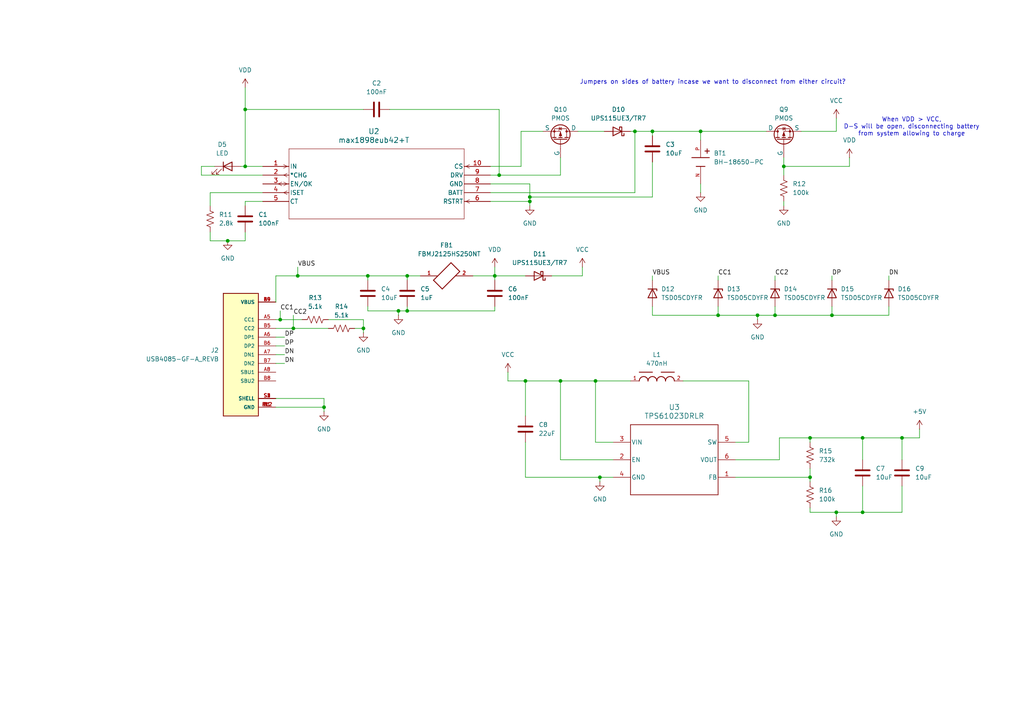
<source format=kicad_sch>
(kicad_sch (version 20231120) (generator "eeschema") (generator_version "8.0")
  (paper "A4")
  (lib_symbols
    (symbol "744383350047:WE-MAPI_3015" (pin_names (offset 1.016))
      (property "Reference" "L" (at 0 3.81 0))
      (property "Value" "WE-MAPI_3015" (at 0 -2.54 0))
      (symbol "WE-MAPI_3015_0_0"
        (arc (start -2.54 0) (mid -3.81 1.2645) (end -5.08 0) (stroke (width 0.254)))
        (arc (start 0 0) (mid -1.27 1.2645) (end -2.54 0) (stroke (width 0.254)))
        (polyline (pts (xy -5.08 2.54) (xy -1.27 2.54)) (stroke (width 0.254)))
        (polyline (pts (xy 1.27 2.54) (xy 5.08 2.54)) (stroke (width 0.254)))
        (arc (start 2.54 0) (mid 1.27 1.2645) (end 0 0) (stroke (width 0.254)))
        (arc (start 5.08 0) (mid 3.81 1.2645) (end 2.54 0) (stroke (width 0.254)))
        (pin passive line (at -7.62 0 0) (length 2.54) (name "~") (number "1"))
        (pin passive line (at 7.62 0 180) (length 2.54) (name "~") (number "2"))
      )
    )
    (symbol "BH-18650-PC:BH-18650-PC" (pin_names (offset 1.016))
      (property "Reference" "BT" (at -3.81 3.81 0))
      (property "Value" "BH-18650-PC" (at -3.81 -5.08 0))
      (symbol "BH-18650-PC_0_0"
        (polyline (pts (xy -5.08 1.905) (xy -3.81 1.905)) (stroke (width 0.254)))
        (polyline (pts (xy -4.445 2.54) (xy -4.445 1.27)) (stroke (width 0.254)))
        (polyline (pts (xy -2.54 2.54) (xy -2.54 -2.54)) (stroke (width 0.254)))
        (polyline (pts (xy 0 1.27) (xy 0 -1.27)) (stroke (width 0.254)))
        (pin passive line (at 5.08 0 180) (length 5.08) (name "~") (number "N"))
        (pin passive line (at -7.62 0 0) (length 5.08) (name "~") (number "P"))
      )
    )
    (symbol "Device:C" (pin_numbers hide) (pin_names (offset 0.254))
      (property "Reference" "C" (at 0.635 2.54 0))
      (property "Value" "C" (at 0.635 -2.54 0))
      (symbol "C_0_1"
        (polyline (pts (xy -2.032 -0.762) (xy 2.032 -0.762)) (stroke (width 0.508)))
        (polyline (pts (xy -2.032 0.762) (xy 2.032 0.762)) (stroke (width 0.508)))
      )
      (symbol "C_1_1"
        (pin passive line (at 0 3.81 270) (length 2.794) (name "~") (number "1"))
        (pin passive line (at 0 -3.81 90) (length 2.794) (name "~") (number "2"))
      )
    )
    (symbol "Device:D_Schottky" (pin_numbers hide) (pin_names (offset 1.016) hide)
      (property "Reference" "D" (at 0 2.54 0))
      (property "Value" "D_Schottky" (at 0 -2.54 0))
      (symbol "D_Schottky_0_1"
        (polyline (pts (xy 1.27 0) (xy -1.27 0)))
        (polyline (pts (xy 1.27 1.27) (xy 1.27 -1.27) (xy -1.27 0) (xy 1.27 1.27)) (stroke (width 0.254)))
        (polyline (pts (xy -1.905 0.635) (xy -1.905 1.27) (xy -1.27 1.27) (xy -1.27 -1.27) (xy -0.635 -1.27) (xy -0.635 -0.635)) (stroke (width 0.254)))
      )
      (symbol "D_Schottky_1_1"
        (pin passive line (at -3.81 0 0) (length 2.54) (name "K") (number "1"))
        (pin passive line (at 3.81 0 180) (length 2.54) (name "A") (number "2"))
      )
    )
    (symbol "Device:LED" (pin_numbers hide) (pin_names (offset 1.016) hide)
      (property "Reference" "D" (at 0 2.54 0))
      (property "Value" "LED" (at 0 -2.54 0))
      (symbol "LED_0_1"
        (polyline (pts (xy -1.27 -1.27) (xy -1.27 1.27)) (stroke (width 0.254)))
        (polyline (pts (xy -1.27 0) (xy 1.27 0)))
        (polyline (pts (xy 1.27 -1.27) (xy 1.27 1.27) (xy -1.27 0) (xy 1.27 -1.27)) (stroke (width 0.254)))
        (polyline (pts (xy -3.048 -0.762) (xy -4.572 -2.286) (xy -3.81 -2.286) (xy -4.572 -2.286) (xy -4.572 -1.524)))
        (polyline (pts (xy -1.778 -0.762) (xy -3.302 -2.286) (xy -2.54 -2.286) (xy -3.302 -2.286) (xy -3.302 -1.524)))
      )
      (symbol "LED_1_1"
        (pin passive line (at -3.81 0 0) (length 2.54) (name "K") (number "1"))
        (pin passive line (at 3.81 0 180) (length 2.54) (name "A") (number "2"))
      )
    )
    (symbol "Device:R_US" (pin_numbers hide) (pin_names (offset 0))
      (property "Reference" "R" (at 2.54 0 90))
      (property "Value" "R_US" (at -2.54 0 90))
      (symbol "R_US_0_1"
        (polyline (pts (xy 0 -2.286) (xy 0 -2.54)))
        (polyline (pts (xy 0 2.286) (xy 0 2.54)))
        (polyline (pts (xy 0 -0.762) (xy 1.016 -1.143) (xy 0 -1.524) (xy -1.016 -1.905) (xy 0 -2.286)))
        (polyline (pts (xy 0 0.762) (xy 1.016 0.381) (xy 0 0) (xy -1.016 -0.381) (xy 0 -0.762)))
        (polyline (pts (xy 0 2.286) (xy 1.016 1.905) (xy 0 1.524) (xy -1.016 1.143) (xy 0 0.762)))
      )
      (symbol "R_US_1_1"
        (pin passive line (at 0 3.81 270) (length 1.27) (name "~") (number "1"))
        (pin passive line (at 0 -3.81 90) (length 1.27) (name "~") (number "2"))
      )
    )
    (symbol "Diode:PTVS5V0Z1USK" (pin_numbers hide) (pin_names hide)
      (property "Reference" "D" (at 0 2.54 0))
      (property "Value" "PTVS5V0Z1USK" (at 0 -2.54 0))
      (symbol "PTVS5V0Z1USK_0_1"
        (polyline (pts (xy 1.27 0) (xy -1.27 0)))
        (polyline (pts (xy -1.27 -1.27) (xy -1.27 1.27) (xy -0.762 1.27)) (stroke (width 0.254)))
        (polyline (pts (xy 1.27 -1.27) (xy 1.27 1.27) (xy -1.27 0) (xy 1.27 -1.27)) (stroke (width 0.254)))
      )
      (symbol "PTVS5V0Z1USK_1_1"
        (pin passive line (at -3.81 0 0) (length 2.54) (name "K") (number "1"))
        (pin passive line (at 3.81 0 180) (length 2.54) (name "A") (number "2"))
      )
    )
    (symbol "FBMJ2125HS250NT:FBMJ2125HS250NT" (pin_names (offset 1.016))
      (property "Reference" "FB" (at -7.6244 5.0815 0))
      (property "Value" "FBMJ2125HS250NT" (at -7.63 -7.6266 0))
      (symbol "FBMJ2125HS250NT_0_0"
        (polyline (pts (xy -3.81 -1.27) (xy -1.27 -3.81)) (stroke (width 0.254)))
        (polyline (pts (xy -1.27 -3.81) (xy 3.81 1.27)) (stroke (width 0.254)))
        (polyline (pts (xy 1.27 3.81) (xy -3.81 -1.27)) (stroke (width 0.254)))
        (polyline (pts (xy 3.81 1.27) (xy 1.27 3.81)) (stroke (width 0.254)))
        (pin passive line (at -7.62 0 0) (length 5.08) (name "~") (number "1"))
        (pin passive line (at 7.62 0 180) (length 5.08) (name "~") (number "2"))
      )
    )
    (symbol "MAX1898:max1898eub42+T" (pin_names (offset 0.254))
      (property "Reference" "U" (at 33.02 10.16 0))
      (property "Value" "max1898eub42+T" (at 33.02 7.62 0))
      (symbol "max1898eub42+T_0_1"
        (polyline (pts (xy 5.5372 -5.6007) (xy 4.4958 -5.08)) (stroke (width 0.127)))
        (polyline (pts (xy 5.5372 -4.5593) (xy 4.4958 -5.08)) (stroke (width 0.127)))
        (polyline (pts (xy 7.0993 -8.1407) (xy 6.0579 -7.62)) (stroke (width 0.127)))
        (polyline (pts (xy 7.0993 -7.0993) (xy 6.0579 -7.62)) (stroke (width 0.127)))
        (polyline (pts (xy 7.0993 -5.08) (xy 6.0579 -5.6007)) (stroke (width 0.127)))
        (polyline (pts (xy 7.0993 -5.08) (xy 6.0579 -4.5593)) (stroke (width 0.127)))
        (polyline (pts (xy 7.0993 -3.0607) (xy 6.0579 -2.54)) (stroke (width 0.127)))
        (polyline (pts (xy 7.0993 -2.0193) (xy 6.0579 -2.54)) (stroke (width 0.127)))
        (polyline (pts (xy 7.0993 0) (xy 6.0579 -0.5207)) (stroke (width 0.127)))
        (polyline (pts (xy 7.0993 0) (xy 6.0579 0.5207)) (stroke (width 0.127)))
        (polyline (pts (xy 7.62 -15.24) (xy 58.42 -15.24)) (stroke (width 0.127)))
        (polyline (pts (xy 7.62 5.08) (xy 7.62 -15.24)) (stroke (width 0.127)))
        (polyline (pts (xy 58.42 -15.24) (xy 58.42 5.08)) (stroke (width 0.127)))
        (polyline (pts (xy 58.42 5.08) (xy 7.62 5.08)) (stroke (width 0.127)))
        (polyline (pts (xy 58.9407 -10.16) (xy 59.9821 -10.6807)) (stroke (width 0.127)))
        (polyline (pts (xy 58.9407 -10.16) (xy 59.9821 -9.6393)) (stroke (width 0.127)))
        (polyline (pts (xy 58.9407 0) (xy 59.9821 -0.5207)) (stroke (width 0.127)))
        (polyline (pts (xy 58.9407 0) (xy 59.9821 0.5207)) (stroke (width 0.127)))
        (pin input line (at 0 0 0) (length 7.62) (name "IN") (number "1"))
        (pin input line (at 66.04 0 180) (length 7.62) (name "CS") (number "10"))
        (pin output line (at 0 -2.54 0) (length 7.62) (name "*CHG") (number "2"))
        (pin bidirectional line (at 0 -5.08 0) (length 7.62) (name "EN/OK") (number "3"))
        (pin output line (at 0 -7.62 0) (length 7.62) (name "ISET") (number "4"))
        (pin unspecified line (at 0 -10.16 0) (length 7.62) (name "CT") (number "5"))
        (pin input line (at 66.04 -10.16 180) (length 7.62) (name "RSTRT") (number "6"))
        (pin power_in line (at 66.04 -7.62 180) (length 7.62) (name "BATT") (number "7"))
        (pin power_in line (at 66.04 -5.08 180) (length 7.62) (name "GND") (number "8"))
        (pin unspecified line (at 66.04 -2.54 180) (length 7.62) (name "DRV") (number "9"))
      )
    )
    (symbol "Simulation_SPICE:PMOS" (pin_numbers hide) (pin_names (offset 0))
      (property "Reference" "Q" (at 5.08 1.27 0))
      (property "Value" "PMOS" (at 5.08 -1.27 0))
      (symbol "PMOS_0_1"
        (polyline (pts (xy 0.254 0) (xy -2.54 0)))
        (polyline (pts (xy 0.254 1.905) (xy 0.254 -1.905)) (stroke (width 0.254)))
        (polyline (pts (xy 0.762 -1.27) (xy 0.762 -2.286)) (stroke (width 0.254)))
        (polyline (pts (xy 0.762 0.508) (xy 0.762 -0.508)) (stroke (width 0.254)))
        (polyline (pts (xy 0.762 2.286) (xy 0.762 1.27)) (stroke (width 0.254)))
        (polyline (pts (xy 2.54 2.54) (xy 2.54 1.778)))
        (polyline (pts (xy 2.54 -2.54) (xy 2.54 0) (xy 0.762 0)))
        (polyline (pts (xy 0.762 1.778) (xy 3.302 1.778) (xy 3.302 -1.778) (xy 0.762 -1.778)))
        (polyline (pts (xy 2.286 0) (xy 1.27 0.381) (xy 1.27 -0.381) (xy 2.286 0)) (fill (type outline)))
        (polyline (pts (xy 2.794 -0.508) (xy 2.921 -0.381) (xy 3.683 -0.381) (xy 3.81 -0.254)))
        (polyline (pts (xy 3.302 -0.381) (xy 2.921 0.254) (xy 3.683 0.254) (xy 3.302 -0.381)))
        (circle (center 1.651 0) (radius 2.794) (stroke (width 0.254)))
        (circle (center 2.54 -1.778) (radius 0.254) (fill (type outline)))
        (circle (center 2.54 1.778) (radius 0.254) (fill (type outline)))
      )
      (symbol "PMOS_1_1"
        (pin passive line (at 2.54 5.08 270) (length 2.54) (name "D") (number "1"))
        (pin input line (at -5.08 0 0) (length 2.54) (name "G") (number "2"))
        (pin passive line (at 2.54 -5.08 90) (length 2.54) (name "S") (number "3"))
      )
    )
    (symbol "TPS61023DRLR:TPS61023DRLR" (pin_names (offset 0.254))
      (property "Reference" "U" (at 0 2.54 0))
      (property "Value" "TPS61023DRLR" (at 0 0 0))
      (symbol "TPS61023DRLR_0_1"
        (polyline (pts (xy -12.7 -10.16) (xy 12.7 -10.16)) (stroke (width 0.2032)))
        (polyline (pts (xy -12.7 10.16) (xy -12.7 -10.16)) (stroke (width 0.2032)))
        (polyline (pts (xy 12.7 -10.16) (xy 12.7 10.16)) (stroke (width 0.2032)))
        (polyline (pts (xy 12.7 10.16) (xy -12.7 10.16)) (stroke (width 0.2032)))
        (pin input line (at 17.78 -5.08 180) (length 5.08) (name "FB") (number "1"))
        (pin input line (at -17.78 0 0) (length 5.08) (name "EN") (number "2"))
        (pin power_in line (at -17.78 5.08 0) (length 5.08) (name "VIN") (number "3"))
        (pin power_in line (at -17.78 -5.08 0) (length 5.08) (name "GND") (number "4"))
        (pin power_in line (at 17.78 5.08 180) (length 5.08) (name "SW") (number "5"))
        (pin power_in line (at 17.78 0 180) (length 5.08) (name "VOUT") (number "6"))
      )
    )
    (symbol "USB4085-GF-A_REVB:USB4085-GF-A_REVB" (pin_names (offset 1.016))
      (property "Reference" "J" (at -5.08 18.288 0))
      (property "Value" "USB4085-GF-A_REVB" (at -5.08 -20.32 0))
      (symbol "USB4085-GF-A_REVB_0_0"
        (rectangle (start -5.08 -17.78) (end 5.08 17.78) (stroke (width 0.254)) (fill (type background)))
        (pin power_in line (at -10.16 -15.24 0) (length 5.08) (name "GND") (number "A1"))
        (pin power_in line (at -10.16 -15.24 0) (length 5.08) (name "GND") (number "A12"))
        (pin power_in line (at -10.16 15.24 0) (length 5.08) (name "VBUS") (number "A4"))
        (pin bidirectional line (at -10.16 10.16 0) (length 5.08) (name "CC1") (number "A5"))
        (pin bidirectional line (at -10.16 5.08 0) (length 5.08) (name "DP1") (number "A6"))
        (pin bidirectional line (at -10.16 0 0) (length 5.08) (name "DN1") (number "A7"))
        (pin bidirectional line (at -10.16 -5.08 0) (length 5.08) (name "SBU1") (number "A8"))
        (pin power_in line (at -10.16 15.24 0) (length 5.08) (name "VBUS") (number "A9"))
        (pin power_in line (at -10.16 -15.24 0) (length 5.08) (name "GND") (number "B1"))
        (pin power_in line (at -10.16 -15.24 0) (length 5.08) (name "GND") (number "B12"))
        (pin power_in line (at -10.16 15.24 0) (length 5.08) (name "VBUS") (number "B4"))
        (pin bidirectional line (at -10.16 7.62 0) (length 5.08) (name "CC2") (number "B5"))
        (pin bidirectional line (at -10.16 2.54 0) (length 5.08) (name "DP2") (number "B6"))
        (pin bidirectional line (at -10.16 -2.54 0) (length 5.08) (name "DN2") (number "B7"))
        (pin bidirectional line (at -10.16 -7.62 0) (length 5.08) (name "SBU2") (number "B8"))
        (pin power_in line (at -10.16 15.24 0) (length 5.08) (name "VBUS") (number "B9"))
        (pin passive line (at -10.16 -12.7 0) (length 5.08) (name "SHELL") (number "S1"))
        (pin passive line (at -10.16 -12.7 0) (length 5.08) (name "SHELL") (number "S2"))
        (pin passive line (at -10.16 -12.7 0) (length 5.08) (name "SHELL") (number "S3"))
        (pin passive line (at -10.16 -12.7 0) (length 5.08) (name "SHELL") (number "S4"))
      )
    )
    (symbol "power:+5V" (power) (pin_numbers hide) (pin_names (offset 0) hide)
      (property "Value" "+5V" (at 0 3.556 0))
      (symbol "+5V_0_1"
        (polyline (pts (xy -0.762 1.27) (xy 0 2.54)))
        (polyline (pts (xy 0 0) (xy 0 2.54)))
        (polyline (pts (xy 0 2.54) (xy 0.762 1.27)))
      )
      (symbol "+5V_1_1"
        (pin power_in line (at 0 0 90) (length 0) (name "~") (number "1"))
      )
    )
    (symbol "power:GND" (power) (pin_numbers hide) (pin_names (offset 0) hide)
      (property "Value" "GND" (at 0 -3.81 0))
      (symbol "GND_0_1"
        (polyline (pts (xy 0 0) (xy 0 -1.27) (xy 1.27 -1.27) (xy 0 -2.54) (xy -1.27 -1.27) (xy 0 -1.27)))
      )
      (symbol "GND_1_1"
        (pin power_in line (at 0 0 270) (length 0) (name "~") (number "1"))
      )
    )
    (symbol "power:VCC" (power) (pin_numbers hide) (pin_names (offset 0) hide)
      (property "Value" "VCC" (at 0 3.556 0))
      (symbol "VCC_0_1"
        (polyline (pts (xy -0.762 1.27) (xy 0 2.54)))
        (polyline (pts (xy 0 0) (xy 0 2.54)))
        (polyline (pts (xy 0 2.54) (xy 0.762 1.27)))
      )
      (symbol "VCC_1_1"
        (pin power_in line (at 0 0 90) (length 0) (name "~") (number "1"))
      )
    )
    (symbol "power:VDD" (power) (pin_numbers hide) (pin_names (offset 0) hide)
      (property "Value" "VDD" (at 0 3.556 0))
      (symbol "VDD_0_1"
        (polyline (pts (xy -0.762 1.27) (xy 0 2.54)))
        (polyline (pts (xy 0 0) (xy 0 2.54)))
        (polyline (pts (xy 0 2.54) (xy 0.762 1.27)))
      )
      (symbol "VDD_1_1"
        (pin power_in line (at 0 0 90) (length 0) (name "~") (number "1"))
      )
    )
  )
  (junction (at 208.28 91.44))
  (junction (at 118.11 80.01))
  (junction (at 153.67 58.42))
  (junction (at 261.62 127))
  (junction (at 242.57 148.59))
  (junction (at 227.33 48.26))
  (junction (at 234.95 138.43))
  (junction (at 115.57 90.17))
  (junction (at 172.72 110.49))
  (junction (at 250.19 148.59))
  (junction (at 203.2 38.1))
  (junction (at 189.23 38.1))
  (junction (at 143.51 80.01))
  (junction (at 219.71 91.44))
  (junction (at 162.56 110.49))
  (junction (at 71.12 48.26))
  (junction (at 71.12 31.75))
  (junction (at 144.78 50.8))
  (junction (at 81.28 92.71))
  (junction (at 105.41 95.25))
  (junction (at 93.98 118.11))
  (junction (at 250.19 127))
  (junction (at 241.3 91.44))
  (junction (at 173.99 138.43))
  (junction (at 66.04 69.85))
  (junction (at 118.11 90.17))
  (junction (at 234.95 127))
  (junction (at 153.67 57.15))
  (junction (at 85.09 95.25))
  (junction (at 152.4 110.49))
  (junction (at 86.36 80.01))
  (junction (at 184.15 38.1))
  (junction (at 224.79 91.44))
  (junction (at 106.68 80.01))
  (wire (pts (xy 203.2 53.34) (xy 203.2 55.88)))
  (wire (pts (xy 261.62 148.59) (xy 250.19 148.59)))
  (wire (pts (xy 242.57 148.59) (xy 242.57 149.86)))
  (wire (pts (xy 172.72 110.49) (xy 182.88 110.49)))
  (wire (pts (xy 257.81 80.01) (xy 257.81 81.28)))
  (wire (pts (xy 147.32 110.49) (xy 152.4 110.49)))
  (wire (pts (xy 227.33 48.26) (xy 227.33 45.72)))
  (wire (pts (xy 144.78 31.75) (xy 144.78 50.8)))
  (wire (pts (xy 93.98 115.57) (xy 80.01 115.57)))
  (wire (pts (xy 266.7 127) (xy 261.62 127)))
  (wire (pts (xy 152.4 110.49) (xy 162.56 110.49)))
  (wire (pts (xy 227.33 48.26) (xy 227.33 50.8)))
  (wire (pts (xy 152.4 128.27) (xy 152.4 138.43)))
  (wire (pts (xy 102.87 95.25) (xy 105.41 95.25)))
  (wire (pts (xy 80.01 100.33) (xy 82.55 100.33)))
  (wire (pts (xy 85.09 95.25) (xy 95.25 95.25)))
  (wire (pts (xy 234.95 138.43) (xy 234.95 135.89)))
  (wire (pts (xy 234.95 127) (xy 234.95 128.27)))
  (wire (pts (xy 81.28 90.17) (xy 81.28 92.71)))
  (wire (pts (xy 227.33 58.42) (xy 227.33 59.69)))
  (wire (pts (xy 81.28 92.71) (xy 87.63 92.71)))
  (wire (pts (xy 121.92 80.01) (xy 118.11 80.01)))
  (wire (pts (xy 106.68 80.01) (xy 118.11 80.01)))
  (wire (pts (xy 152.4 120.65) (xy 152.4 110.49)))
  (wire (pts (xy 162.56 110.49) (xy 172.72 110.49)))
  (wire (pts (xy 189.23 38.1) (xy 189.23 39.37)))
  (wire (pts (xy 143.51 90.17) (xy 143.51 88.9)))
  (wire (pts (xy 151.13 38.1) (xy 157.48 38.1)))
  (wire (pts (xy 106.68 90.17) (xy 115.57 90.17)))
  (wire (pts (xy 80.01 80.01) (xy 86.36 80.01)))
  (wire (pts (xy 224.79 80.01) (xy 224.79 81.28)))
  (wire (pts (xy 224.79 88.9) (xy 224.79 91.44)))
  (wire (pts (xy 232.41 38.1) (xy 242.57 38.1)))
  (wire (pts (xy 246.38 45.72) (xy 246.38 48.26)))
  (wire (pts (xy 69.85 48.26) (xy 71.12 48.26)))
  (wire (pts (xy 219.71 91.44) (xy 219.71 92.71)))
  (wire (pts (xy 172.72 128.27) (xy 172.72 110.49)))
  (wire (pts (xy 261.62 127) (xy 250.19 127)))
  (wire (pts (xy 242.57 148.59) (xy 234.95 148.59)))
  (wire (pts (xy 71.12 58.42) (xy 76.2 58.42)))
  (wire (pts (xy 250.19 133.35) (xy 250.19 127)))
  (wire (pts (xy 189.23 38.1) (xy 203.2 38.1)))
  (wire (pts (xy 118.11 80.01) (xy 118.11 81.28)))
  (wire (pts (xy 167.64 38.1) (xy 175.26 38.1)))
  (wire (pts (xy 106.68 88.9) (xy 106.68 90.17)))
  (wire (pts (xy 217.17 110.49) (xy 217.17 128.27)))
  (wire (pts (xy 226.06 127) (xy 234.95 127)))
  (wire (pts (xy 80.01 102.87) (xy 82.55 102.87)))
  (wire (pts (xy 189.23 91.44) (xy 208.28 91.44)))
  (wire (pts (xy 80.01 80.01) (xy 80.01 87.63)))
  (wire (pts (xy 266.7 124.46) (xy 266.7 127)))
  (wire (pts (xy 219.71 91.44) (xy 224.79 91.44)))
  (wire (pts (xy 152.4 138.43) (xy 173.99 138.43)))
  (wire (pts (xy 147.32 107.95) (xy 147.32 110.49)))
  (wire (pts (xy 143.51 80.01) (xy 152.4 80.01)))
  (wire (pts (xy 80.01 105.41) (xy 82.55 105.41)))
  (wire (pts (xy 184.15 38.1) (xy 189.23 38.1)))
  (wire (pts (xy 226.06 133.35) (xy 226.06 127)))
  (wire (pts (xy 208.28 80.01) (xy 208.28 81.28)))
  (wire (pts (xy 189.23 46.99) (xy 189.23 57.15)))
  (wire (pts (xy 142.24 50.8) (xy 144.78 50.8)))
  (wire (pts (xy 241.3 88.9) (xy 241.3 91.44)))
  (wire (pts (xy 71.12 31.75) (xy 105.41 31.75)))
  (wire (pts (xy 189.23 80.01) (xy 189.23 81.28)))
  (wire (pts (xy 118.11 88.9) (xy 118.11 90.17)))
  (wire (pts (xy 71.12 31.75) (xy 71.12 48.26)))
  (wire (pts (xy 162.56 133.35) (xy 162.56 110.49)))
  (wire (pts (xy 182.88 38.1) (xy 184.15 38.1)))
  (wire (pts (xy 257.81 91.44) (xy 257.81 88.9)))
  (wire (pts (xy 189.23 88.9) (xy 189.23 91.44)))
  (wire (pts (xy 208.28 88.9) (xy 208.28 91.44)))
  (wire (pts (xy 153.67 53.34) (xy 153.67 57.15)))
  (wire (pts (xy 113.03 31.75) (xy 144.78 31.75)))
  (wire (pts (xy 224.79 91.44) (xy 241.3 91.44)))
  (wire (pts (xy 85.09 91.44) (xy 85.09 95.25)))
  (wire (pts (xy 80.01 95.25) (xy 85.09 95.25)))
  (wire (pts (xy 261.62 140.97) (xy 261.62 148.59)))
  (wire (pts (xy 177.8 133.35) (xy 162.56 133.35)))
  (wire (pts (xy 143.51 80.01) (xy 143.51 81.28)))
  (wire (pts (xy 60.96 67.31) (xy 60.96 69.85)))
  (wire (pts (xy 177.8 138.43) (xy 173.99 138.43)))
  (wire (pts (xy 142.24 55.88) (xy 184.15 55.88)))
  (wire (pts (xy 58.42 48.26) (xy 62.23 48.26)))
  (wire (pts (xy 241.3 80.01) (xy 241.3 81.28)))
  (wire (pts (xy 80.01 97.79) (xy 82.55 97.79)))
  (wire (pts (xy 173.99 138.43) (xy 173.99 139.7)))
  (wire (pts (xy 60.96 55.88) (xy 76.2 55.88)))
  (wire (pts (xy 242.57 34.29) (xy 242.57 38.1)))
  (wire (pts (xy 142.24 58.42) (xy 153.67 58.42)))
  (wire (pts (xy 203.2 38.1) (xy 203.2 40.64)))
  (wire (pts (xy 246.38 48.26) (xy 227.33 48.26)))
  (wire (pts (xy 177.8 128.27) (xy 172.72 128.27)))
  (wire (pts (xy 144.78 50.8) (xy 162.56 50.8)))
  (wire (pts (xy 80.01 92.71) (xy 81.28 92.71)))
  (wire (pts (xy 261.62 127) (xy 261.62 133.35)))
  (wire (pts (xy 60.96 59.69) (xy 60.96 55.88)))
  (wire (pts (xy 71.12 25.4) (xy 71.12 31.75)))
  (wire (pts (xy 105.41 92.71) (xy 105.41 95.25)))
  (wire (pts (xy 105.41 95.25) (xy 105.41 96.52)))
  (wire (pts (xy 168.91 80.01) (xy 160.02 80.01)))
  (wire (pts (xy 58.42 50.8) (xy 58.42 48.26)))
  (wire (pts (xy 208.28 91.44) (xy 219.71 91.44)))
  (wire (pts (xy 213.36 138.43) (xy 234.95 138.43)))
  (wire (pts (xy 162.56 50.8) (xy 162.56 45.72)))
  (wire (pts (xy 250.19 127) (xy 234.95 127)))
  (wire (pts (xy 151.13 48.26) (xy 151.13 38.1)))
  (wire (pts (xy 106.68 80.01) (xy 106.68 81.28)))
  (wire (pts (xy 241.3 91.44) (xy 257.81 91.44)))
  (wire (pts (xy 184.15 55.88) (xy 184.15 38.1)))
  (wire (pts (xy 93.98 118.11) (xy 93.98 115.57)))
  (wire (pts (xy 203.2 38.1) (xy 222.25 38.1)))
  (wire (pts (xy 86.36 80.01) (xy 106.68 80.01)))
  (wire (pts (xy 250.19 140.97) (xy 250.19 148.59)))
  (wire (pts (xy 142.24 53.34) (xy 153.67 53.34)))
  (wire (pts (xy 86.36 77.47) (xy 86.36 80.01)))
  (wire (pts (xy 143.51 80.01) (xy 137.16 80.01)))
  (wire (pts (xy 93.98 119.38) (xy 93.98 118.11)))
  (wire (pts (xy 60.96 69.85) (xy 66.04 69.85)))
  (wire (pts (xy 250.19 148.59) (xy 242.57 148.59)))
  (wire (pts (xy 71.12 67.31) (xy 71.12 69.85)))
  (wire (pts (xy 198.12 110.49) (xy 217.17 110.49)))
  (wire (pts (xy 115.57 90.17) (xy 118.11 90.17)))
  (wire (pts (xy 234.95 138.43) (xy 234.95 139.7)))
  (wire (pts (xy 213.36 133.35) (xy 226.06 133.35)))
  (wire (pts (xy 93.98 118.11) (xy 80.01 118.11)))
  (wire (pts (xy 71.12 69.85) (xy 66.04 69.85)))
  (wire (pts (xy 217.17 128.27) (xy 213.36 128.27)))
  (wire (pts (xy 71.12 59.69) (xy 71.12 58.42)))
  (wire (pts (xy 143.51 77.47) (xy 143.51 80.01)))
  (wire (pts (xy 71.12 48.26) (xy 76.2 48.26)))
  (wire (pts (xy 95.25 92.71) (xy 105.41 92.71)))
  (wire (pts (xy 168.91 77.47) (xy 168.91 80.01)))
  (wire (pts (xy 142.24 48.26) (xy 151.13 48.26)))
  (wire (pts (xy 153.67 57.15) (xy 153.67 58.42)))
  (wire (pts (xy 189.23 57.15) (xy 153.67 57.15)))
  (wire (pts (xy 76.2 50.8) (xy 58.42 50.8)))
  (wire (pts (xy 153.67 58.42) (xy 153.67 59.69)))
  (wire (pts (xy 234.95 148.59) (xy 234.95 147.32)))
  (wire (pts (xy 115.57 90.17) (xy 115.57 91.44)))
  (wire (pts (xy 118.11 90.17) (xy 143.51 90.17)))
  (text "Jumpers on sides of battery incase we want to disconnect from either circuit?\n" (at 206.756 23.876 0) (effects (font (size 1.27 1.27))))
  (text "When VDD > VCC,\nD-S will be open, disconnecting battery\nfrom system allowing to charge" (at 264.414 36.83 0) (effects (font (size 1.27 1.27))))
  (label "DN" (at 82.55 105.41 0))
  (label "DN" (at 257.81 80.01 0))
  (label "DP" (at 82.55 97.79 0))
  (label "VBUS" (at 189.23 80.01 0))
  (label "CC2" (at 85.09 91.44 0))
  (label "VBUS" (at 86.36 77.47 0))
  (label "DN" (at 82.55 102.87 0))
  (label "DP" (at 241.3 80.01 0))
  (label "CC1" (at 208.28 80.01 0))
  (label "CC2" (at 224.79 80.01 0))
  (label "DP" (at 82.55 100.33 0))
  (label "CC1" (at 81.28 90.17 0))
  (symbol (lib_id "FBMJ2125HS250NT:FBMJ2125HS250NT") (at 129.54 80.01 0) (unit 1)
    (property "Reference" "FB1" (at 129.54 71.12 0))
    (property "Value" "FBMJ2125HS250NT" (at 130.302 73.66 0))
    (property "Footprint" "FBMJ2125HS250NT:BEADC2012X105N" (effects (hide yes)))
  )
  (symbol (lib_id "Device:C") (at 109.22 31.75 90) (unit 1)
    (property "Reference" "C2" (at 109.22 24.13 90))
    (property "Value" "100nF" (at 109.22 26.67 90))
    (property "Description" "Unpolarized capacitor" (effects (hide yes)))
  )
  (symbol (lib_id "Device:C") (at 118.11 85.09 0) (unit 1)
    (property "Reference" "C5" (at 121.92 83.8199 0) (effects (justify left)))
    (property "Value" "1uF" (at 121.92 86.3599 0) (effects (justify left)))
    (property "Description" "Unpolarized capacitor" (effects (hide yes)))
  )
  (symbol (lib_id "BH-18650-PC:BH-18650-PC") (at 203.2 48.26 270) (unit 1)
    (property "Reference" "BT1" (at 207.01 44.4499 90) (effects (justify left)))
    (property "Value" "BH-18650-PC" (at 207.01 46.9899 90) (effects (justify left)))
    (property "Footprint" "Footprints:BAT_BH-18650-PC" (effects (hide yes)))
    (property "PARTREV" "05/17/19" (effects (hide yes)))
    (property "STANDARD" "Manufacturer Recommendation" (effects (hide yes)))
    (property "MAXIMUM_PACKAGE_HEIGHT" "21.31mm" (effects (hide yes)))
    (property "MANUFACTURER" "MPD" (effects (hide yes)))
  )
  (symbol (lib_id "power:GND") (at 153.67 59.69 0) (unit 1)
    (property "Reference" "#PWR011" (effects (hide yes)))
    (property "Value" "GND" (at 153.67 64.77 0))
    (property "Description" "Power symbol creates a global label with name \"GND\" , ground" (effects (hide yes)))
  )
  (symbol (lib_id "Device:C") (at 143.51 85.09 0) (unit 1)
    (property "Reference" "C6" (at 147.32 83.8199 0) (effects (justify left)))
    (property "Value" "100nF" (at 147.32 86.3599 0) (effects (justify left)))
    (property "Description" "Unpolarized capacitor" (effects (hide yes)))
  )
  (symbol (lib_id "Device:C") (at 250.19 137.16 0) (unit 1)
    (property "Reference" "C7" (at 254 135.8899 0) (effects (justify left)))
    (property "Value" "10uF" (at 254 138.4299 0) (effects (justify left)))
    (property "Description" "Unpolarized capacitor" (effects (hide yes)))
  )
  (symbol (lib_id "744383350047:WE-MAPI_3015") (at 190.5 110.49 0) (unit 1)
    (property "Reference" "L1" (at 190.5 102.87 0))
    (property "Value" "470nH" (at 190.5 105.41 0))
    (property "Footprint" "WE-MAPI_3015:WE-MAPI_3015" (effects (hide yes)))
  )
  (symbol (lib_id "power:VDD") (at 246.38 45.72 0) (unit 1)
    (property "Reference" "#PWR018" (effects (hide yes)))
    (property "Value" "VDD" (at 246.38 40.64 0))
    (property "Description" "Power symbol creates a global label with name \"VDD\"" (effects (hide yes)))
  )
  (symbol (lib_id "Device:LED") (at 66.04 48.26 0) (unit 1)
    (property "Reference" "D5" (at 64.4525 41.91 0))
    (property "Value" "LED" (at 64.4525 44.45 0))
    (property "Description" "Light emitting diode" (effects (hide yes)))
  )
  (symbol (lib_id "power:GND") (at 66.04 69.85 0) (unit 1)
    (property "Reference" "#PWR012" (effects (hide yes)))
    (property "Value" "GND" (at 66.04 74.93 0))
    (property "Description" "Power symbol creates a global label with name \"GND\" , ground" (effects (hide yes)))
  )
  (symbol (lib_id "power:VDD") (at 143.51 77.47 0) (unit 1)
    (property "Reference" "#PWR017" (effects (hide yes)))
    (property "Value" "VDD" (at 143.51 72.39 0))
    (property "Description" "Power symbol creates a global label with name \"VDD\"" (effects (hide yes)))
  )
  (symbol (lib_id "TPS61023DRLR:TPS61023DRLR") (at 195.58 133.35 0) (unit 1)
    (property "Reference" "U3" (at 195.58 118.11 0) (effects (font (size 1.524 1.524))))
    (property "Value" "TPS61023DRLR" (at 195.58 120.65 0) (effects (font (size 1.524 1.524))))
    (property "Footprint" "DRL0006A" (effects (hide yes)))
    (property "Datasheet" "TPS61023DRLR" (effects (hide yes)))
  )
  (symbol (lib_id "Diode:PTVS5V0Z1USK") (at 257.81 85.09 270) (unit 1)
    (property "Reference" "D16" (at 260.35 83.8199 90) (effects (justify left)))
    (property "Value" "TSD05CDYFR" (at 260.35 86.3599 90) (effects (justify left)))
    (property "Footprint" "Footprints:TVS_SOD2_DYF_TEX-L" (effects (hide yes)))
  )
  (symbol (lib_id "USB4085-GF-A_REVB:USB4085-GF-A_REVB") (at 69.85 102.87 0) (mirror y) (unit 1)
    (property "Reference" "J2" (at 63.5 101.5999 0) (effects (justify left)))
    (property "Value" "USB4085-GF-A_REVB" (at 63.5 104.1399 0) (effects (justify left)))
    (property "Footprint" "Footprints:GCT_USB4085-GF-A_REVB" (effects (hide yes)))
    (property "DigiKey_Part_Number" "2073-USB4085-GF-ATR-ND" (effects (hide yes)))
    (property "SnapEDA_Link" "https://www.snapeda.com/parts/USB4085-GF-A/Global+Connector+Technology/view-part/?ref=snap" (effects (hide yes)))
    (property "MAXIMUM_PACKAGE_HEIGHT" "3.16mm" (effects (hide yes)))
    (property "Package" "None" (effects (hide yes)))
    (property "Check_prices" "https://www.snapeda.com/parts/USB4085-GF-A/Global+Connector+Technology/view-part/?ref=eda" (effects (hide yes)))
    (property "STANDARD" "Manufacturer Recommendations" (effects (hide yes)))
    (property "PARTREV" "B" (effects (hide yes)))
    (property "MF" "Global Connector Technology" (effects (hide yes)))
    (property "MP" "USB4085-GF-A" (effects (hide yes)))
    (property "Description_1" "\n                        \n                            USB-C (USB TYPE-C) USB 2.0 Receptacle Connector 24 (16+8 Dummy) Position Through Hole, Right Angle, low cost, 3.46mm profile, 16 pin, horizontal, Top mount\n                        \n" (effects (hide yes)))
    (property "MANUFACTURER" "Global Connector Technology" (effects (hide yes)))
    (property "SNAPEDA_PN" "USB4085-GF-A" (effects (hide yes)))
  )
  (symbol (lib_id "Device:R_US") (at 234.95 132.08 0) (unit 1)
    (property "Reference" "R15" (at 237.49 130.8099 0) (effects (justify left)))
    (property "Value" "732k" (at 237.49 133.3499 0) (effects (justify left)))
    (property "Description" "Resistor, US symbol" (effects (hide yes)))
  )
  (symbol (lib_id "Device:R_US") (at 91.44 92.71 90) (unit 1)
    (property "Reference" "R13" (at 91.44 86.36 90))
    (property "Value" "5.1k" (at 91.44 88.9 90))
    (property "Description" "Resistor, US symbol" (effects (hide yes)))
  )
  (symbol (lib_id "Device:C") (at 261.62 137.16 0) (unit 1)
    (property "Reference" "C9" (at 265.43 135.8899 0) (effects (justify left)))
    (property "Value" "10uF" (at 265.43 138.4299 0) (effects (justify left)))
    (property "Description" "Unpolarized capacitor" (effects (hide yes)))
  )
  (symbol (lib_id "Device:R_US") (at 99.06 95.25 90) (unit 1)
    (property "Reference" "R14" (at 99.06 88.9 90))
    (property "Value" "5.1k" (at 99.06 91.44 90))
    (property "Description" "Resistor, US symbol" (effects (hide yes)))
  )
  (symbol (lib_id "Device:R_US") (at 234.95 143.51 0) (unit 1)
    (property "Reference" "R16" (at 237.49 142.2399 0) (effects (justify left)))
    (property "Value" "100k" (at 237.49 144.7799 0) (effects (justify left)))
    (property "Description" "Resistor, US symbol" (effects (hide yes)))
  )
  (symbol (lib_id "Simulation_SPICE:PMOS") (at 162.56 40.64 270) (mirror x) (unit 1)
    (property "Reference" "Q10" (at 162.56 31.75 90))
    (property "Value" "PMOS" (at 162.56 34.29 90))
    (property "Footprint" "Footprints:SOT65P210X110-3N" (effects (hide yes)))
    (property "Sim.Device" "PMOS" (effects (hide yes)))
    (property "Sim.Type" "VDMOS" (effects (hide yes)))
    (property "Sim.Pins" "1=D 2=G 3=S" (effects (hide yes)))
  )
  (symbol (lib_id "power:GND") (at 203.2 55.88 0) (unit 1)
    (property "Reference" "#PWR07" (effects (hide yes)))
    (property "Value" "GND" (at 203.2 60.96 0))
    (property "Description" "Power symbol creates a global label with name \"GND\" , ground" (effects (hide yes)))
  )
  (symbol (lib_id "Device:R_US") (at 227.33 54.61 0) (unit 1)
    (property "Reference" "R12" (at 229.87 53.3399 0) (effects (justify left)))
    (property "Value" "100k" (at 229.87 55.8799 0) (effects (justify left)))
    (property "Description" "Resistor, US symbol" (effects (hide yes)))
  )
  (symbol (lib_id "Diode:PTVS5V0Z1USK") (at 189.23 85.09 270) (unit 1)
    (property "Reference" "D12" (at 191.77 83.8199 90) (effects (justify left)))
    (property "Value" "TSD05CDYFR" (at 191.77 86.3599 90) (effects (justify left)))
    (property "Footprint" "Footprints:TVS_SOD2_DYF_TEX-L" (effects (hide yes)))
  )
  (symbol (lib_id "Diode:PTVS5V0Z1USK") (at 224.79 85.09 270) (unit 1)
    (property "Reference" "D14" (at 227.33 83.8199 90) (effects (justify left)))
    (property "Value" "TSD05CDYFR" (at 227.33 86.3599 90) (effects (justify left)))
    (property "Footprint" "Footprints:TVS_SOD2_DYF_TEX-L" (effects (hide yes)))
  )
  (symbol (lib_id "Device:C") (at 189.23 43.18 0) (unit 1)
    (property "Reference" "C3" (at 193.04 41.9099 0) (effects (justify left)))
    (property "Value" "10uF" (at 193.04 44.4499 0) (effects (justify left)))
    (property "Description" "Unpolarized capacitor" (effects (hide yes)))
  )
  (symbol (lib_id "power:GND") (at 219.71 92.71 0) (unit 1)
    (property "Reference" "#PWR021" (effects (hide yes)))
    (property "Value" "GND" (at 219.71 97.79 0))
    (property "Description" "Power symbol creates a global label with name \"GND\" , ground" (effects (hide yes)))
  )
  (symbol (lib_id "power:GND") (at 93.98 119.38 0) (unit 1)
    (property "Reference" "#PWR015" (effects (hide yes)))
    (property "Value" "GND" (at 93.98 124.46 0))
    (property "Description" "Power symbol creates a global label with name \"GND\" , ground" (effects (hide yes)))
  )
  (symbol (lib_id "power:GND") (at 227.33 59.69 0) (unit 1)
    (property "Reference" "#PWR019" (effects (hide yes)))
    (property "Value" "GND" (at 227.33 64.77 0))
    (property "Description" "Power symbol creates a global label with name \"GND\" , ground" (effects (hide yes)))
  )
  (symbol (lib_id "Device:C") (at 71.12 63.5 0) (unit 1)
    (property "Reference" "C1" (at 74.93 62.2299 0) (effects (justify left)))
    (property "Value" "100nF" (at 74.93 64.7699 0) (effects (justify left)))
    (property "Description" "Unpolarized capacitor" (effects (hide yes)))
  )
  (symbol (lib_id "power:GND") (at 242.57 149.86 0) (unit 1)
    (property "Reference" "#PWR022" (effects (hide yes)))
    (property "Value" "GND" (at 242.57 154.94 0))
    (property "Description" "Power symbol creates a global label with name \"GND\" , ground" (effects (hide yes)))
  )
  (symbol (lib_id "power:VCC") (at 168.91 77.47 0) (unit 1)
    (property "Reference" "#PWR06" (effects (hide yes)))
    (property "Value" "VCC" (at 168.91 72.39 0))
    (property "Description" "Power symbol creates a global label with name \"VCC\"" (effects (hide yes)))
  )
  (symbol (lib_id "power:VDD") (at 71.12 25.4 0) (unit 1)
    (property "Reference" "#PWR013" (effects (hide yes)))
    (property "Value" "VDD" (at 71.12 20.32 0))
    (property "Description" "Power symbol creates a global label with name \"VDD\"" (effects (hide yes)))
  )
  (symbol (lib_id "Simulation_SPICE:PMOS") (at 227.33 40.64 90) (unit 1)
    (property "Reference" "Q9" (at 227.33 31.75 90))
    (property "Value" "PMOS" (at 227.33 34.29 90))
    (property "Footprint" "Footprints:SOT65P210X110-3N" (effects (hide yes)))
    (property "Datasheet" "https://ngspice.sourceforge.io/docs/ngspice-html-manual/manual.xhtml#cha_MOSFETs" (effects (hide yes)))
    (property "Description" "P-MOSFET transistor, drain/source/gate" (effects (hide yes)))
    (property "Sim.Device" "PMOS" (effects (hide yes)))
    (property "Sim.Type" "VDMOS" (effects (hide yes)))
    (property "Sim.Pins" "1=D 2=G 3=S" (effects (hide yes)))
  )
  (symbol (lib_id "Diode:PTVS5V0Z1USK") (at 208.28 85.09 270) (unit 1)
    (property "Reference" "D13" (at 210.82 83.8199 90) (effects (justify left)))
    (property "Value" "TSD05CDYFR" (at 210.82 86.3599 90) (effects (justify left)))
    (property "Footprint" "Footprints:TVS_SOD2_DYF_TEX-L" (effects (hide yes)))
  )
  (symbol (lib_id "power:+5V") (at 266.7 124.46 0) (unit 1)
    (property "Reference" "#PWR023" (effects (hide yes)))
    (property "Value" "+5V" (at 266.7 119.38 0))
    (property "Description" "Power symbol creates a global label with name \"+5V\"" (effects (hide yes)))
  )
  (symbol (lib_id "Diode:PTVS5V0Z1USK") (at 241.3 85.09 270) (unit 1)
    (property "Reference" "D15" (at 243.84 83.8199 90) (effects (justify left)))
    (property "Value" "TSD05CDYFR" (at 243.84 86.3599 90) (effects (justify left)))
    (property "Footprint" "Footprints:TVS_SOD2_DYF_TEX-L" (effects (hide yes)))
  )
  (symbol (lib_id "Device:D_Schottky") (at 179.07 38.1 180) (unit 1)
    (property "Reference" "D10" (at 179.3875 31.75 0))
    (property "Value" "UPS115UE3/TR7" (at 179.3875 34.29 0))
    (property "Footprint" "Footprints:POWERMITE1_DO-216AA_MIS_MCH" (effects (hide yes)))
    (property "Description" "Schottky diode" (effects (hide yes)))
  )
  (symbol (lib_id "Device:C") (at 152.4 124.46 0) (unit 1)
    (property "Reference" "C8" (at 156.21 123.1899 0) (effects (justify left)))
    (property "Value" "22uF" (at 156.21 125.7299 0) (effects (justify left)))
    (property "Description" "Unpolarized capacitor" (effects (hide yes)))
  )
  (symbol (lib_id "power:GND") (at 115.57 91.44 0) (unit 1)
    (property "Reference" "#PWR016" (effects (hide yes)))
    (property "Value" "GND" (at 115.57 96.52 0))
    (property "Description" "Power symbol creates a global label with name \"GND\" , ground" (effects (hide yes)))
  )
  (symbol (lib_id "power:VCC") (at 242.57 34.29 0) (unit 1)
    (property "Reference" "#PWR014" (effects (hide yes)))
    (property "Value" "VCC" (at 242.57 29.21 0))
    (property "Description" "Power symbol creates a global label with name \"VCC\"" (effects (hide yes)))
  )
  (symbol (lib_id "MAX1898:max1898eub42+T") (at 76.2 48.26 0) (unit 1)
    (property "Reference" "U2" (at 108.4389 38.1 0) (effects (font (size 1.524 1.524))))
    (property "Value" "max1898eub42+T" (at 108.4389 40.64 0) (effects (font (size 1.524 1.524))))
    (property "Footprint" "Footprints:21-0061L_MXM" (effects (hide yes)))
    (property "Datasheet" "max1898eub42+T" (effects (hide yes)))
  )
  (symbol (lib_id "power:GND") (at 173.99 139.7 0) (unit 1)
    (property "Reference" "#PWR024" (effects (hide yes)))
    (property "Value" "GND" (at 173.99 144.78 0))
    (property "Description" "Power symbol creates a global label with name \"GND\" , ground" (effects (hide yes)))
  )
  (symbol (lib_id "Device:R_US") (at 60.96 63.5 0) (unit 1)
    (property "Reference" "R11" (at 63.5 62.2299 0) (effects (justify left)))
    (property "Value" "2.8k" (at 63.5 64.7699 0) (effects (justify left)))
    (property "Description" "Resistor, US symbol" (effects (hide yes)))
  )
  (symbol (lib_id "Device:C") (at 106.68 85.09 0) (unit 1)
    (property "Reference" "C4" (at 110.49 83.8199 0) (effects (justify left)))
    (property "Value" "10uF" (at 110.49 86.3599 0) (effects (justify left)))
    (property "Description" "Unpolarized capacitor" (effects (hide yes)))
  )
  (symbol (lib_id "Device:D_Schottky") (at 156.21 80.01 180) (unit 1)
    (property "Reference" "D11" (at 156.5275 73.66 0))
    (property "Value" "UPS115UE3/TR7" (at 156.5275 76.2 0))
    (property "Footprint" "Footprints:POWERMITE1_DO-216AA_MIS_MCH" (effects (hide yes)))
    (property "Description" "Schottky diode" (effects (hide yes)))
  )
  (symbol (lib_id "power:VCC") (at 147.32 107.95 0) (unit 1)
    (property "Reference" "#PWR025" (effects (hide yes)))
    (property "Value" "VCC" (at 147.32 102.87 0))
    (property "Description" "Power symbol creates a global label with name \"VCC\"" (effects (hide yes)))
  )
  (symbol (lib_id "power:GND") (at 105.41 96.52 0) (unit 1)
    (property "Reference" "#PWR020" (effects (hide yes)))
    (property "Value" "GND" (at 105.41 101.6 0))
    (property "Description" "Power symbol creates a global label with name \"GND\" , ground" (effects (hide yes)))
  )
)
</source>
